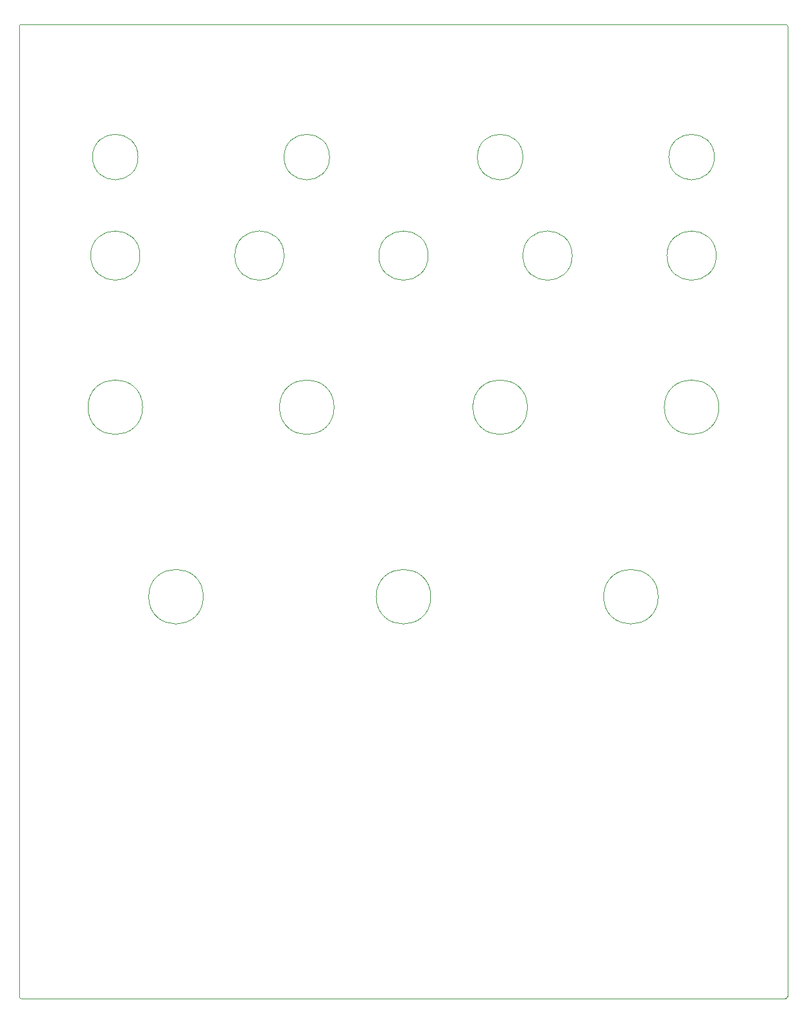
<source format=gm1>
%TF.GenerationSoftware,KiCad,Pcbnew,(6.0.6-0)*%
%TF.CreationDate,2022-06-29T08:56:10+01:00*%
%TF.ProjectId,magnum-front-panel,6d61676e-756d-42d6-9672-6f6e742d7061,r03*%
%TF.SameCoordinates,Original*%
%TF.FileFunction,Profile,NP*%
%FSLAX46Y46*%
G04 Gerber Fmt 4.6, Leading zero omitted, Abs format (unit mm)*
G04 Created by KiCad (PCBNEW (6.0.6-0)) date 2022-06-29 08:56:10*
%MOMM*%
%LPD*%
G01*
G04 APERTURE LIST*
%TA.AperFunction,Profile*%
%ADD10C,0.050000*%
%TD*%
G04 APERTURE END LIST*
D10*
X31250000Y-20000000D02*
G75*
G03*
X31000000Y-20250000I0J-250000D01*
G01*
X132300000Y-20250000D02*
G75*
G03*
X132050000Y-20000000I-250000J0D01*
G01*
X132050000Y-148500000D02*
G75*
G03*
X132300000Y-148250000I0J250000D01*
G01*
X31000000Y-148250000D02*
G75*
G03*
X31250000Y-148500000I250000J0D01*
G01*
X115250000Y-95500000D02*
G75*
G03*
X115250000Y-95500000I-3600000J0D01*
G01*
X85250000Y-95500000D02*
G75*
G03*
X85250000Y-95500000I-3600000J0D01*
G01*
X55250000Y-95500000D02*
G75*
G03*
X55250000Y-95500000I-3600000J0D01*
G01*
X123250000Y-70500000D02*
G75*
G03*
X123250000Y-70500000I-3600000J0D01*
G01*
X98000000Y-70500000D02*
G75*
G03*
X98000000Y-70500000I-3600000J0D01*
G01*
X72500000Y-70500000D02*
G75*
G03*
X72500000Y-70500000I-3600000J0D01*
G01*
X47250000Y-70500000D02*
G75*
G03*
X47250000Y-70500000I-3600000J0D01*
G01*
X122900000Y-50500000D02*
G75*
G03*
X122900000Y-50500000I-3250000J0D01*
G01*
X103900000Y-50500000D02*
G75*
G03*
X103900000Y-50500000I-3250000J0D01*
G01*
X84900000Y-50500000D02*
G75*
G03*
X84900000Y-50500000I-3250000J0D01*
G01*
X65900000Y-50500000D02*
G75*
G03*
X65900000Y-50500000I-3250000J0D01*
G01*
X46900000Y-50500000D02*
G75*
G03*
X46900000Y-50500000I-3250000J0D01*
G01*
X122650000Y-37500000D02*
G75*
G03*
X122650000Y-37500000I-3000000J0D01*
G01*
X97400000Y-37500000D02*
G75*
G03*
X97400000Y-37500000I-3000000J0D01*
G01*
X71900000Y-37500000D02*
G75*
G03*
X71900000Y-37500000I-3000000J0D01*
G01*
X46650000Y-37500000D02*
G75*
G03*
X46650000Y-37500000I-3000000J0D01*
G01*
X132300000Y-148250000D02*
X132300000Y-20250000D01*
X31250000Y-148500000D02*
X132050000Y-148500000D01*
X31000000Y-20250000D02*
X31000000Y-148250000D01*
X132050000Y-20000000D02*
X31250000Y-20000000D01*
M02*

</source>
